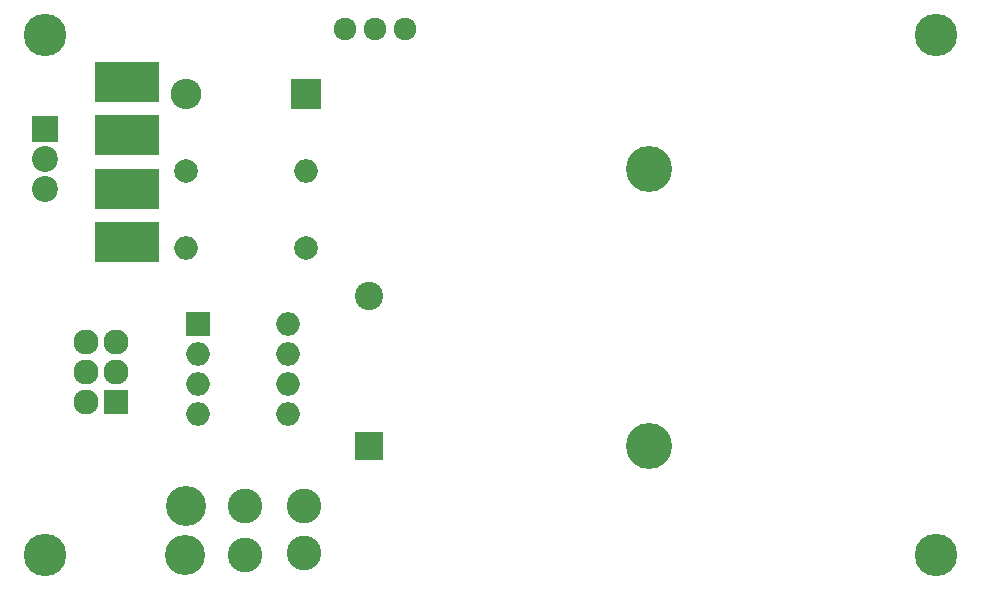
<source format=gts>
G04 #@! TF.FileFunction,Soldermask,Top*
%FSLAX46Y46*%
G04 Gerber Fmt 4.6, Leading zero omitted, Abs format (unit mm)*
G04 Created by KiCad (PCBNEW 4.0.6-e0-6349~53~ubuntu16.04.1) date Mon Aug 21 19:14:56 2017*
%MOMM*%
%LPD*%
G01*
G04 APERTURE LIST*
%ADD10C,0.100000*%
%ADD11R,2.400000X2.400000*%
%ADD12C,2.400000*%
%ADD13C,3.900000*%
%ADD14R,2.127200X2.127200*%
%ADD15O,2.127200X2.127200*%
%ADD16C,3.400000*%
%ADD17C,2.940000*%
%ADD18R,5.400000X3.400000*%
%ADD19C,3.600000*%
%ADD20R,2.200000X2.200000*%
%ADD21C,2.200000*%
%ADD22R,2.000000X2.000000*%
%ADD23O,2.000000X2.000000*%
%ADD24R,2.600000X2.600000*%
%ADD25O,2.600000X2.600000*%
%ADD26C,2.000000*%
%ADD27C,1.924000*%
G04 APERTURE END LIST*
D10*
D11*
X163931600Y-103809800D03*
D12*
X163931600Y-91109800D03*
D13*
X187655200Y-80314800D03*
X187655200Y-103809800D03*
D14*
X142540000Y-100040000D03*
D15*
X140000000Y-100040000D03*
X142540000Y-97500000D03*
X140000000Y-97500000D03*
X142540000Y-94960000D03*
X140000000Y-94960000D03*
D16*
X148500000Y-108893200D03*
X148369200Y-113000000D03*
D17*
X153500000Y-113000000D03*
X158500000Y-112893200D03*
X153500000Y-108893200D03*
X158500000Y-108893200D03*
D18*
X143500000Y-73000000D03*
X143500000Y-82000000D03*
X143500000Y-86500000D03*
X143500000Y-77500000D03*
D19*
X136500000Y-69000000D03*
X212000000Y-69000000D03*
X136500000Y-113000000D03*
X212000000Y-113000000D03*
D20*
X136500000Y-77000000D03*
D21*
X136500000Y-79540000D03*
X136500000Y-82080000D03*
D22*
X149500000Y-93460000D03*
D23*
X157120000Y-101080000D03*
X149500000Y-96000000D03*
X157120000Y-98540000D03*
X149500000Y-98540000D03*
X157120000Y-96000000D03*
X149500000Y-101080000D03*
X157120000Y-93460000D03*
D24*
X158660000Y-74000000D03*
D25*
X148500000Y-74000000D03*
D26*
X148500000Y-80500000D03*
D23*
X158660000Y-80500000D03*
D26*
X158660000Y-87000000D03*
D23*
X148500000Y-87000000D03*
D27*
X167040000Y-68500000D03*
X164500000Y-68500000D03*
X161960000Y-68500000D03*
M02*

</source>
